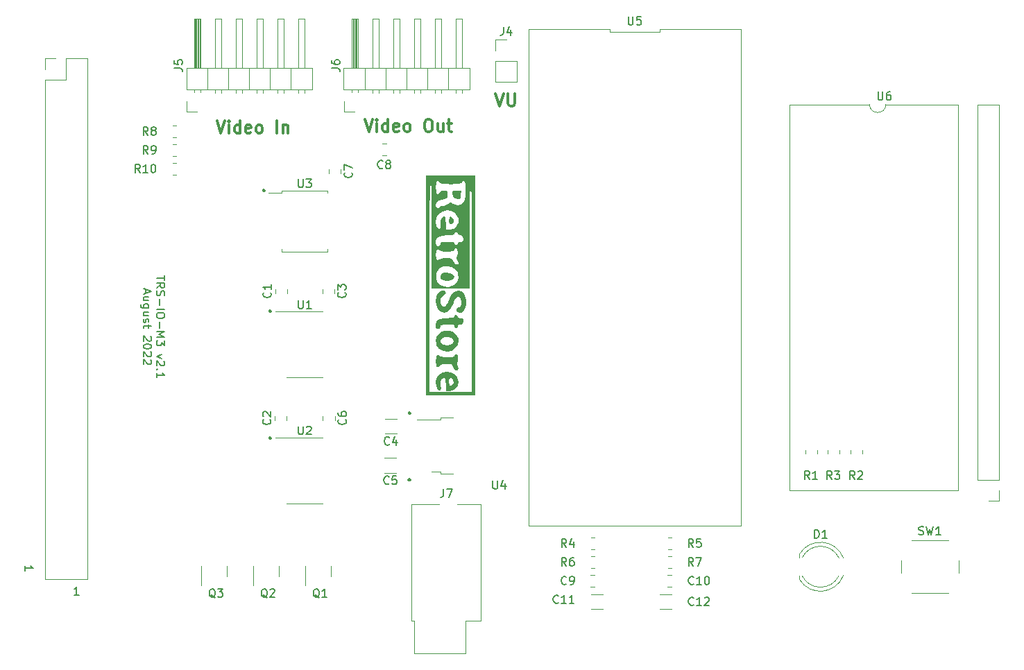
<source format=gbr>
%TF.GenerationSoftware,KiCad,Pcbnew,(6.0.7)*%
%TF.CreationDate,2022-08-23T12:46:31-07:00*%
%TF.ProjectId,TRS-IO-M3,5452532d-494f-42d4-9d33-2e6b69636164,rev?*%
%TF.SameCoordinates,Original*%
%TF.FileFunction,Legend,Top*%
%TF.FilePolarity,Positive*%
%FSLAX46Y46*%
G04 Gerber Fmt 4.6, Leading zero omitted, Abs format (unit mm)*
G04 Created by KiCad (PCBNEW (6.0.7)) date 2022-08-23 12:46:31*
%MOMM*%
%LPD*%
G01*
G04 APERTURE LIST*
%ADD10C,0.300000*%
%ADD11C,0.150000*%
%ADD12C,0.120000*%
G04 APERTURE END LIST*
D10*
X159506757Y-112803714D02*
X159435328Y-112875142D01*
X159506757Y-112946571D01*
X159578185Y-112875142D01*
X159506757Y-112803714D01*
X159506757Y-112946571D01*
X159512000Y-104675714D02*
X159440571Y-104747142D01*
X159512000Y-104818571D01*
X159583428Y-104747142D01*
X159512000Y-104675714D01*
X159512000Y-104818571D01*
D11*
X112577619Y-123983714D02*
X112577619Y-123412285D01*
X112577619Y-123698000D02*
X113577619Y-123698000D01*
X113434761Y-123602761D01*
X113339523Y-123507523D01*
X113291904Y-123412285D01*
D10*
X142494000Y-107723714D02*
X142422571Y-107795142D01*
X142494000Y-107866571D01*
X142565428Y-107795142D01*
X142494000Y-107723714D01*
X142494000Y-107866571D01*
X142494000Y-92229714D02*
X142422571Y-92301142D01*
X142494000Y-92372571D01*
X142565428Y-92301142D01*
X142494000Y-92229714D01*
X142494000Y-92372571D01*
X141732000Y-77497714D02*
X141660571Y-77569142D01*
X141732000Y-77640571D01*
X141803428Y-77569142D01*
X141732000Y-77497714D01*
X141732000Y-77640571D01*
X154028571Y-68878571D02*
X154528571Y-70378571D01*
X155028571Y-68878571D01*
X155528571Y-70378571D02*
X155528571Y-69378571D01*
X155528571Y-68878571D02*
X155457142Y-68950000D01*
X155528571Y-69021428D01*
X155600000Y-68950000D01*
X155528571Y-68878571D01*
X155528571Y-69021428D01*
X156885714Y-70378571D02*
X156885714Y-68878571D01*
X156885714Y-70307142D02*
X156742857Y-70378571D01*
X156457142Y-70378571D01*
X156314285Y-70307142D01*
X156242857Y-70235714D01*
X156171428Y-70092857D01*
X156171428Y-69664285D01*
X156242857Y-69521428D01*
X156314285Y-69450000D01*
X156457142Y-69378571D01*
X156742857Y-69378571D01*
X156885714Y-69450000D01*
X158171428Y-70307142D02*
X158028571Y-70378571D01*
X157742857Y-70378571D01*
X157600000Y-70307142D01*
X157528571Y-70164285D01*
X157528571Y-69592857D01*
X157600000Y-69450000D01*
X157742857Y-69378571D01*
X158028571Y-69378571D01*
X158171428Y-69450000D01*
X158242857Y-69592857D01*
X158242857Y-69735714D01*
X157528571Y-69878571D01*
X159100000Y-70378571D02*
X158957142Y-70307142D01*
X158885714Y-70235714D01*
X158814285Y-70092857D01*
X158814285Y-69664285D01*
X158885714Y-69521428D01*
X158957142Y-69450000D01*
X159100000Y-69378571D01*
X159314285Y-69378571D01*
X159457142Y-69450000D01*
X159528571Y-69521428D01*
X159600000Y-69664285D01*
X159600000Y-70092857D01*
X159528571Y-70235714D01*
X159457142Y-70307142D01*
X159314285Y-70378571D01*
X159100000Y-70378571D01*
X161671428Y-68878571D02*
X161957142Y-68878571D01*
X162100000Y-68950000D01*
X162242857Y-69092857D01*
X162314285Y-69378571D01*
X162314285Y-69878571D01*
X162242857Y-70164285D01*
X162100000Y-70307142D01*
X161957142Y-70378571D01*
X161671428Y-70378571D01*
X161528571Y-70307142D01*
X161385714Y-70164285D01*
X161314285Y-69878571D01*
X161314285Y-69378571D01*
X161385714Y-69092857D01*
X161528571Y-68950000D01*
X161671428Y-68878571D01*
X163600000Y-69378571D02*
X163600000Y-70378571D01*
X162957142Y-69378571D02*
X162957142Y-70164285D01*
X163028571Y-70307142D01*
X163171428Y-70378571D01*
X163385714Y-70378571D01*
X163528571Y-70307142D01*
X163600000Y-70235714D01*
X164100000Y-69378571D02*
X164671428Y-69378571D01*
X164314285Y-68878571D02*
X164314285Y-70164285D01*
X164385714Y-70307142D01*
X164528571Y-70378571D01*
X164671428Y-70378571D01*
D11*
X129622619Y-87972095D02*
X129622619Y-88543523D01*
X128622619Y-88257809D02*
X129622619Y-88257809D01*
X128622619Y-89448285D02*
X129098809Y-89114952D01*
X128622619Y-88876857D02*
X129622619Y-88876857D01*
X129622619Y-89257809D01*
X129575000Y-89353047D01*
X129527380Y-89400666D01*
X129432142Y-89448285D01*
X129289285Y-89448285D01*
X129194047Y-89400666D01*
X129146428Y-89353047D01*
X129098809Y-89257809D01*
X129098809Y-88876857D01*
X128670238Y-89829238D02*
X128622619Y-89972095D01*
X128622619Y-90210190D01*
X128670238Y-90305428D01*
X128717857Y-90353047D01*
X128813095Y-90400666D01*
X128908333Y-90400666D01*
X129003571Y-90353047D01*
X129051190Y-90305428D01*
X129098809Y-90210190D01*
X129146428Y-90019714D01*
X129194047Y-89924476D01*
X129241666Y-89876857D01*
X129336904Y-89829238D01*
X129432142Y-89829238D01*
X129527380Y-89876857D01*
X129575000Y-89924476D01*
X129622619Y-90019714D01*
X129622619Y-90257809D01*
X129575000Y-90400666D01*
X129003571Y-90829238D02*
X129003571Y-91591142D01*
X128622619Y-92067333D02*
X129622619Y-92067333D01*
X129622619Y-92733999D02*
X129622619Y-92924476D01*
X129575000Y-93019714D01*
X129479761Y-93114952D01*
X129289285Y-93162571D01*
X128955952Y-93162571D01*
X128765476Y-93114952D01*
X128670238Y-93019714D01*
X128622619Y-92924476D01*
X128622619Y-92733999D01*
X128670238Y-92638761D01*
X128765476Y-92543523D01*
X128955952Y-92495904D01*
X129289285Y-92495904D01*
X129479761Y-92543523D01*
X129575000Y-92638761D01*
X129622619Y-92733999D01*
X129003571Y-93591142D02*
X129003571Y-94353047D01*
X128622619Y-94829238D02*
X129622619Y-94829238D01*
X128908333Y-95162571D01*
X129622619Y-95495904D01*
X128622619Y-95495904D01*
X129622619Y-95876857D02*
X129622619Y-96495904D01*
X129241666Y-96162571D01*
X129241666Y-96305428D01*
X129194047Y-96400666D01*
X129146428Y-96448285D01*
X129051190Y-96495904D01*
X128813095Y-96495904D01*
X128717857Y-96448285D01*
X128670238Y-96400666D01*
X128622619Y-96305428D01*
X128622619Y-96019714D01*
X128670238Y-95924476D01*
X128717857Y-95876857D01*
X129289285Y-97591142D02*
X128622619Y-97829238D01*
X129289285Y-98067333D01*
X129527380Y-98400666D02*
X129575000Y-98448285D01*
X129622619Y-98543523D01*
X129622619Y-98781619D01*
X129575000Y-98876857D01*
X129527380Y-98924476D01*
X129432142Y-98972095D01*
X129336904Y-98972095D01*
X129194047Y-98924476D01*
X128622619Y-98353047D01*
X128622619Y-98972095D01*
X128717857Y-99400666D02*
X128670238Y-99448285D01*
X128622619Y-99400666D01*
X128670238Y-99353047D01*
X128717857Y-99400666D01*
X128622619Y-99400666D01*
X128622619Y-100400666D02*
X128622619Y-99829238D01*
X128622619Y-100114952D02*
X129622619Y-100114952D01*
X129479761Y-100019714D01*
X129384523Y-99924476D01*
X129336904Y-99829238D01*
X127298333Y-89662571D02*
X127298333Y-90138761D01*
X127012619Y-89567333D02*
X128012619Y-89900666D01*
X127012619Y-90234000D01*
X127679285Y-90995904D02*
X127012619Y-90995904D01*
X127679285Y-90567333D02*
X127155476Y-90567333D01*
X127060238Y-90614952D01*
X127012619Y-90710190D01*
X127012619Y-90853047D01*
X127060238Y-90948285D01*
X127107857Y-90995904D01*
X127679285Y-91900666D02*
X126869761Y-91900666D01*
X126774523Y-91853047D01*
X126726904Y-91805428D01*
X126679285Y-91710190D01*
X126679285Y-91567333D01*
X126726904Y-91472095D01*
X127060238Y-91900666D02*
X127012619Y-91805428D01*
X127012619Y-91614952D01*
X127060238Y-91519714D01*
X127107857Y-91472095D01*
X127203095Y-91424476D01*
X127488809Y-91424476D01*
X127584047Y-91472095D01*
X127631666Y-91519714D01*
X127679285Y-91614952D01*
X127679285Y-91805428D01*
X127631666Y-91900666D01*
X127679285Y-92805428D02*
X127012619Y-92805428D01*
X127679285Y-92376857D02*
X127155476Y-92376857D01*
X127060238Y-92424476D01*
X127012619Y-92519714D01*
X127012619Y-92662571D01*
X127060238Y-92757809D01*
X127107857Y-92805428D01*
X127060238Y-93234000D02*
X127012619Y-93329238D01*
X127012619Y-93519714D01*
X127060238Y-93614952D01*
X127155476Y-93662571D01*
X127203095Y-93662571D01*
X127298333Y-93614952D01*
X127345952Y-93519714D01*
X127345952Y-93376857D01*
X127393571Y-93281619D01*
X127488809Y-93234000D01*
X127536428Y-93234000D01*
X127631666Y-93281619D01*
X127679285Y-93376857D01*
X127679285Y-93519714D01*
X127631666Y-93614952D01*
X127679285Y-93948285D02*
X127679285Y-94329238D01*
X128012619Y-94091142D02*
X127155476Y-94091142D01*
X127060238Y-94138761D01*
X127012619Y-94234000D01*
X127012619Y-94329238D01*
X127917380Y-95376857D02*
X127965000Y-95424476D01*
X128012619Y-95519714D01*
X128012619Y-95757809D01*
X127965000Y-95853047D01*
X127917380Y-95900666D01*
X127822142Y-95948285D01*
X127726904Y-95948285D01*
X127584047Y-95900666D01*
X127012619Y-95329238D01*
X127012619Y-95948285D01*
X128012619Y-96567333D02*
X128012619Y-96662571D01*
X127965000Y-96757809D01*
X127917380Y-96805428D01*
X127822142Y-96853047D01*
X127631666Y-96900666D01*
X127393571Y-96900666D01*
X127203095Y-96853047D01*
X127107857Y-96805428D01*
X127060238Y-96757809D01*
X127012619Y-96662571D01*
X127012619Y-96567333D01*
X127060238Y-96472095D01*
X127107857Y-96424476D01*
X127203095Y-96376857D01*
X127393571Y-96329238D01*
X127631666Y-96329238D01*
X127822142Y-96376857D01*
X127917380Y-96424476D01*
X127965000Y-96472095D01*
X128012619Y-96567333D01*
X127917380Y-97281619D02*
X127965000Y-97329238D01*
X128012619Y-97424476D01*
X128012619Y-97662571D01*
X127965000Y-97757809D01*
X127917380Y-97805428D01*
X127822142Y-97853047D01*
X127726904Y-97853047D01*
X127584047Y-97805428D01*
X127012619Y-97234000D01*
X127012619Y-97853047D01*
X127917380Y-98234000D02*
X127965000Y-98281619D01*
X128012619Y-98376857D01*
X128012619Y-98614952D01*
X127965000Y-98710190D01*
X127917380Y-98757809D01*
X127822142Y-98805428D01*
X127726904Y-98805428D01*
X127584047Y-98757809D01*
X127012619Y-98186380D01*
X127012619Y-98805428D01*
D10*
X135985714Y-69078571D02*
X136485714Y-70578571D01*
X136985714Y-69078571D01*
X137485714Y-70578571D02*
X137485714Y-69578571D01*
X137485714Y-69078571D02*
X137414285Y-69150000D01*
X137485714Y-69221428D01*
X137557142Y-69150000D01*
X137485714Y-69078571D01*
X137485714Y-69221428D01*
X138842857Y-70578571D02*
X138842857Y-69078571D01*
X138842857Y-70507142D02*
X138700000Y-70578571D01*
X138414285Y-70578571D01*
X138271428Y-70507142D01*
X138200000Y-70435714D01*
X138128571Y-70292857D01*
X138128571Y-69864285D01*
X138200000Y-69721428D01*
X138271428Y-69650000D01*
X138414285Y-69578571D01*
X138700000Y-69578571D01*
X138842857Y-69650000D01*
X140128571Y-70507142D02*
X139985714Y-70578571D01*
X139700000Y-70578571D01*
X139557142Y-70507142D01*
X139485714Y-70364285D01*
X139485714Y-69792857D01*
X139557142Y-69650000D01*
X139700000Y-69578571D01*
X139985714Y-69578571D01*
X140128571Y-69650000D01*
X140200000Y-69792857D01*
X140200000Y-69935714D01*
X139485714Y-70078571D01*
X141057142Y-70578571D02*
X140914285Y-70507142D01*
X140842857Y-70435714D01*
X140771428Y-70292857D01*
X140771428Y-69864285D01*
X140842857Y-69721428D01*
X140914285Y-69650000D01*
X141057142Y-69578571D01*
X141271428Y-69578571D01*
X141414285Y-69650000D01*
X141485714Y-69721428D01*
X141557142Y-69864285D01*
X141557142Y-70292857D01*
X141485714Y-70435714D01*
X141414285Y-70507142D01*
X141271428Y-70578571D01*
X141057142Y-70578571D01*
X143342857Y-70578571D02*
X143342857Y-69078571D01*
X144057142Y-69578571D02*
X144057142Y-70578571D01*
X144057142Y-69721428D02*
X144128571Y-69650000D01*
X144271428Y-69578571D01*
X144485714Y-69578571D01*
X144628571Y-69650000D01*
X144700000Y-69792857D01*
X144700000Y-70578571D01*
D11*
X119157714Y-126944380D02*
X118586285Y-126944380D01*
X118872000Y-126944380D02*
X118872000Y-125944380D01*
X118776761Y-126087238D01*
X118681523Y-126182476D01*
X118586285Y-126230095D01*
D10*
X170014285Y-65749571D02*
X170514285Y-67249571D01*
X171014285Y-65749571D01*
X171514285Y-65749571D02*
X171514285Y-66963857D01*
X171585714Y-67106714D01*
X171657142Y-67178142D01*
X171800000Y-67249571D01*
X172085714Y-67249571D01*
X172228571Y-67178142D01*
X172300000Y-67106714D01*
X172371428Y-66963857D01*
X172371428Y-65749571D01*
D11*
%TO.C,R9*%
X127595333Y-73096380D02*
X127262000Y-72620190D01*
X127023904Y-73096380D02*
X127023904Y-72096380D01*
X127404857Y-72096380D01*
X127500095Y-72144000D01*
X127547714Y-72191619D01*
X127595333Y-72286857D01*
X127595333Y-72429714D01*
X127547714Y-72524952D01*
X127500095Y-72572571D01*
X127404857Y-72620190D01*
X127023904Y-72620190D01*
X128071523Y-73096380D02*
X128262000Y-73096380D01*
X128357238Y-73048761D01*
X128404857Y-73001142D01*
X128500095Y-72858285D01*
X128547714Y-72667809D01*
X128547714Y-72286857D01*
X128500095Y-72191619D01*
X128452476Y-72144000D01*
X128357238Y-72096380D01*
X128166761Y-72096380D01*
X128071523Y-72144000D01*
X128023904Y-72191619D01*
X127976285Y-72286857D01*
X127976285Y-72524952D01*
X128023904Y-72620190D01*
X128071523Y-72667809D01*
X128166761Y-72715428D01*
X128357238Y-72715428D01*
X128452476Y-72667809D01*
X128500095Y-72620190D01*
X128547714Y-72524952D01*
%TO.C,R8*%
X127595333Y-70810380D02*
X127262000Y-70334190D01*
X127023904Y-70810380D02*
X127023904Y-69810380D01*
X127404857Y-69810380D01*
X127500095Y-69858000D01*
X127547714Y-69905619D01*
X127595333Y-70000857D01*
X127595333Y-70143714D01*
X127547714Y-70238952D01*
X127500095Y-70286571D01*
X127404857Y-70334190D01*
X127023904Y-70334190D01*
X128166761Y-70238952D02*
X128071523Y-70191333D01*
X128023904Y-70143714D01*
X127976285Y-70048476D01*
X127976285Y-70000857D01*
X128023904Y-69905619D01*
X128071523Y-69858000D01*
X128166761Y-69810380D01*
X128357238Y-69810380D01*
X128452476Y-69858000D01*
X128500095Y-69905619D01*
X128547714Y-70000857D01*
X128547714Y-70048476D01*
X128500095Y-70143714D01*
X128452476Y-70191333D01*
X128357238Y-70238952D01*
X128166761Y-70238952D01*
X128071523Y-70286571D01*
X128023904Y-70334190D01*
X127976285Y-70429428D01*
X127976285Y-70619904D01*
X128023904Y-70715142D01*
X128071523Y-70762761D01*
X128166761Y-70810380D01*
X128357238Y-70810380D01*
X128452476Y-70762761D01*
X128500095Y-70715142D01*
X128547714Y-70619904D01*
X128547714Y-70429428D01*
X128500095Y-70334190D01*
X128452476Y-70286571D01*
X128357238Y-70238952D01*
%TO.C,R1*%
X208313333Y-112807380D02*
X207980000Y-112331190D01*
X207741904Y-112807380D02*
X207741904Y-111807380D01*
X208122857Y-111807380D01*
X208218095Y-111855000D01*
X208265714Y-111902619D01*
X208313333Y-111997857D01*
X208313333Y-112140714D01*
X208265714Y-112235952D01*
X208218095Y-112283571D01*
X208122857Y-112331190D01*
X207741904Y-112331190D01*
X209265714Y-112807380D02*
X208694285Y-112807380D01*
X208980000Y-112807380D02*
X208980000Y-111807380D01*
X208884761Y-111950238D01*
X208789523Y-112045476D01*
X208694285Y-112093095D01*
%TO.C,R2*%
X213847333Y-112807380D02*
X213514000Y-112331190D01*
X213275904Y-112807380D02*
X213275904Y-111807380D01*
X213656857Y-111807380D01*
X213752095Y-111855000D01*
X213799714Y-111902619D01*
X213847333Y-111997857D01*
X213847333Y-112140714D01*
X213799714Y-112235952D01*
X213752095Y-112283571D01*
X213656857Y-112331190D01*
X213275904Y-112331190D01*
X214228285Y-111902619D02*
X214275904Y-111855000D01*
X214371142Y-111807380D01*
X214609238Y-111807380D01*
X214704476Y-111855000D01*
X214752095Y-111902619D01*
X214799714Y-111997857D01*
X214799714Y-112093095D01*
X214752095Y-112235952D01*
X214180666Y-112807380D01*
X214799714Y-112807380D01*
%TO.C,J5*%
X130782380Y-62623333D02*
X131496666Y-62623333D01*
X131639523Y-62670952D01*
X131734761Y-62766190D01*
X131782380Y-62909047D01*
X131782380Y-63004285D01*
X130782380Y-61670952D02*
X130782380Y-62147142D01*
X131258571Y-62194761D01*
X131210952Y-62147142D01*
X131163333Y-62051904D01*
X131163333Y-61813809D01*
X131210952Y-61718571D01*
X131258571Y-61670952D01*
X131353809Y-61623333D01*
X131591904Y-61623333D01*
X131687142Y-61670952D01*
X131734761Y-61718571D01*
X131782380Y-61813809D01*
X131782380Y-62051904D01*
X131734761Y-62147142D01*
X131687142Y-62194761D01*
%TO.C,C6*%
X151687142Y-105516666D02*
X151734761Y-105564285D01*
X151782380Y-105707142D01*
X151782380Y-105802380D01*
X151734761Y-105945238D01*
X151639523Y-106040476D01*
X151544285Y-106088095D01*
X151353809Y-106135714D01*
X151210952Y-106135714D01*
X151020476Y-106088095D01*
X150925238Y-106040476D01*
X150830000Y-105945238D01*
X150782380Y-105802380D01*
X150782380Y-105707142D01*
X150830000Y-105564285D01*
X150877619Y-105516666D01*
X150782380Y-104659523D02*
X150782380Y-104850000D01*
X150830000Y-104945238D01*
X150877619Y-104992857D01*
X151020476Y-105088095D01*
X151210952Y-105135714D01*
X151591904Y-105135714D01*
X151687142Y-105088095D01*
X151734761Y-105040476D01*
X151782380Y-104945238D01*
X151782380Y-104754761D01*
X151734761Y-104659523D01*
X151687142Y-104611904D01*
X151591904Y-104564285D01*
X151353809Y-104564285D01*
X151258571Y-104611904D01*
X151210952Y-104659523D01*
X151163333Y-104754761D01*
X151163333Y-104945238D01*
X151210952Y-105040476D01*
X151258571Y-105088095D01*
X151353809Y-105135714D01*
%TO.C,U5*%
X186208095Y-56337380D02*
X186208095Y-57146904D01*
X186255714Y-57242142D01*
X186303333Y-57289761D01*
X186398571Y-57337380D01*
X186589047Y-57337380D01*
X186684285Y-57289761D01*
X186731904Y-57242142D01*
X186779523Y-57146904D01*
X186779523Y-56337380D01*
X187731904Y-56337380D02*
X187255714Y-56337380D01*
X187208095Y-56813571D01*
X187255714Y-56765952D01*
X187350952Y-56718333D01*
X187589047Y-56718333D01*
X187684285Y-56765952D01*
X187731904Y-56813571D01*
X187779523Y-56908809D01*
X187779523Y-57146904D01*
X187731904Y-57242142D01*
X187684285Y-57289761D01*
X187589047Y-57337380D01*
X187350952Y-57337380D01*
X187255714Y-57289761D01*
X187208095Y-57242142D01*
%TO.C,C1*%
X142527142Y-90016666D02*
X142574761Y-90064285D01*
X142622380Y-90207142D01*
X142622380Y-90302380D01*
X142574761Y-90445238D01*
X142479523Y-90540476D01*
X142384285Y-90588095D01*
X142193809Y-90635714D01*
X142050952Y-90635714D01*
X141860476Y-90588095D01*
X141765238Y-90540476D01*
X141670000Y-90445238D01*
X141622380Y-90302380D01*
X141622380Y-90207142D01*
X141670000Y-90064285D01*
X141717619Y-90016666D01*
X142622380Y-89064285D02*
X142622380Y-89635714D01*
X142622380Y-89350000D02*
X141622380Y-89350000D01*
X141765238Y-89445238D01*
X141860476Y-89540476D01*
X141908095Y-89635714D01*
%TO.C,C7*%
X152437142Y-75366666D02*
X152484761Y-75414285D01*
X152532380Y-75557142D01*
X152532380Y-75652380D01*
X152484761Y-75795238D01*
X152389523Y-75890476D01*
X152294285Y-75938095D01*
X152103809Y-75985714D01*
X151960952Y-75985714D01*
X151770476Y-75938095D01*
X151675238Y-75890476D01*
X151580000Y-75795238D01*
X151532380Y-75652380D01*
X151532380Y-75557142D01*
X151580000Y-75414285D01*
X151627619Y-75366666D01*
X151532380Y-75033333D02*
X151532380Y-74366666D01*
X152532380Y-74795238D01*
%TO.C,U4*%
X169672095Y-112990380D02*
X169672095Y-113799904D01*
X169719714Y-113895142D01*
X169767333Y-113942761D01*
X169862571Y-113990380D01*
X170053047Y-113990380D01*
X170148285Y-113942761D01*
X170195904Y-113895142D01*
X170243523Y-113799904D01*
X170243523Y-112990380D01*
X171148285Y-113323714D02*
X171148285Y-113990380D01*
X170910190Y-112942761D02*
X170672095Y-113657047D01*
X171291142Y-113657047D01*
%TO.C,U2*%
X145938095Y-106352380D02*
X145938095Y-107161904D01*
X145985714Y-107257142D01*
X146033333Y-107304761D01*
X146128571Y-107352380D01*
X146319047Y-107352380D01*
X146414285Y-107304761D01*
X146461904Y-107257142D01*
X146509523Y-107161904D01*
X146509523Y-106352380D01*
X146938095Y-106447619D02*
X146985714Y-106400000D01*
X147080952Y-106352380D01*
X147319047Y-106352380D01*
X147414285Y-106400000D01*
X147461904Y-106447619D01*
X147509523Y-106542857D01*
X147509523Y-106638095D01*
X147461904Y-106780952D01*
X146890476Y-107352380D01*
X147509523Y-107352380D01*
%TO.C,C3*%
X151637142Y-90016666D02*
X151684761Y-90064285D01*
X151732380Y-90207142D01*
X151732380Y-90302380D01*
X151684761Y-90445238D01*
X151589523Y-90540476D01*
X151494285Y-90588095D01*
X151303809Y-90635714D01*
X151160952Y-90635714D01*
X150970476Y-90588095D01*
X150875238Y-90540476D01*
X150780000Y-90445238D01*
X150732380Y-90302380D01*
X150732380Y-90207142D01*
X150780000Y-90064285D01*
X150827619Y-90016666D01*
X150732380Y-89683333D02*
X150732380Y-89064285D01*
X151113333Y-89397619D01*
X151113333Y-89254761D01*
X151160952Y-89159523D01*
X151208571Y-89111904D01*
X151303809Y-89064285D01*
X151541904Y-89064285D01*
X151637142Y-89111904D01*
X151684761Y-89159523D01*
X151732380Y-89254761D01*
X151732380Y-89540476D01*
X151684761Y-89635714D01*
X151637142Y-89683333D01*
%TO.C,J7*%
X163650666Y-114006380D02*
X163650666Y-114720666D01*
X163603047Y-114863523D01*
X163507809Y-114958761D01*
X163364952Y-115006380D01*
X163269714Y-115006380D01*
X164031619Y-114006380D02*
X164698285Y-114006380D01*
X164269714Y-115006380D01*
%TO.C,Q2*%
X142144761Y-127293619D02*
X142049523Y-127246000D01*
X141954285Y-127150761D01*
X141811428Y-127007904D01*
X141716190Y-126960285D01*
X141620952Y-126960285D01*
X141668571Y-127198380D02*
X141573333Y-127150761D01*
X141478095Y-127055523D01*
X141430476Y-126865047D01*
X141430476Y-126531714D01*
X141478095Y-126341238D01*
X141573333Y-126246000D01*
X141668571Y-126198380D01*
X141859047Y-126198380D01*
X141954285Y-126246000D01*
X142049523Y-126341238D01*
X142097142Y-126531714D01*
X142097142Y-126865047D01*
X142049523Y-127055523D01*
X141954285Y-127150761D01*
X141859047Y-127198380D01*
X141668571Y-127198380D01*
X142478095Y-126293619D02*
X142525714Y-126246000D01*
X142620952Y-126198380D01*
X142859047Y-126198380D01*
X142954285Y-126246000D01*
X143001904Y-126293619D01*
X143049523Y-126388857D01*
X143049523Y-126484095D01*
X143001904Y-126626952D01*
X142430476Y-127198380D01*
X143049523Y-127198380D01*
%TO.C,R7*%
X194143333Y-123388380D02*
X193810000Y-122912190D01*
X193571904Y-123388380D02*
X193571904Y-122388380D01*
X193952857Y-122388380D01*
X194048095Y-122436000D01*
X194095714Y-122483619D01*
X194143333Y-122578857D01*
X194143333Y-122721714D01*
X194095714Y-122816952D01*
X194048095Y-122864571D01*
X193952857Y-122912190D01*
X193571904Y-122912190D01*
X194476666Y-122388380D02*
X195143333Y-122388380D01*
X194714761Y-123388380D01*
%TO.C,C4*%
X157052333Y-108545142D02*
X157004714Y-108592761D01*
X156861857Y-108640380D01*
X156766619Y-108640380D01*
X156623761Y-108592761D01*
X156528523Y-108497523D01*
X156480904Y-108402285D01*
X156433285Y-108211809D01*
X156433285Y-108068952D01*
X156480904Y-107878476D01*
X156528523Y-107783238D01*
X156623761Y-107688000D01*
X156766619Y-107640380D01*
X156861857Y-107640380D01*
X157004714Y-107688000D01*
X157052333Y-107735619D01*
X157909476Y-107973714D02*
X157909476Y-108640380D01*
X157671380Y-107592761D02*
X157433285Y-108307047D01*
X158052333Y-108307047D01*
%TO.C,J4*%
X170966666Y-57597380D02*
X170966666Y-58311666D01*
X170919047Y-58454523D01*
X170823809Y-58549761D01*
X170680952Y-58597380D01*
X170585714Y-58597380D01*
X171871428Y-57930714D02*
X171871428Y-58597380D01*
X171633333Y-57549761D02*
X171395238Y-58264047D01*
X172014285Y-58264047D01*
%TO.C,C12*%
X194175142Y-128119142D02*
X194127523Y-128166761D01*
X193984666Y-128214380D01*
X193889428Y-128214380D01*
X193746571Y-128166761D01*
X193651333Y-128071523D01*
X193603714Y-127976285D01*
X193556095Y-127785809D01*
X193556095Y-127642952D01*
X193603714Y-127452476D01*
X193651333Y-127357238D01*
X193746571Y-127262000D01*
X193889428Y-127214380D01*
X193984666Y-127214380D01*
X194127523Y-127262000D01*
X194175142Y-127309619D01*
X195127523Y-128214380D02*
X194556095Y-128214380D01*
X194841809Y-128214380D02*
X194841809Y-127214380D01*
X194746571Y-127357238D01*
X194651333Y-127452476D01*
X194556095Y-127500095D01*
X195508476Y-127309619D02*
X195556095Y-127262000D01*
X195651333Y-127214380D01*
X195889428Y-127214380D01*
X195984666Y-127262000D01*
X196032285Y-127309619D01*
X196079904Y-127404857D01*
X196079904Y-127500095D01*
X196032285Y-127642952D01*
X195460857Y-128214380D01*
X196079904Y-128214380D01*
%TO.C,U6*%
X216688095Y-65522380D02*
X216688095Y-66331904D01*
X216735714Y-66427142D01*
X216783333Y-66474761D01*
X216878571Y-66522380D01*
X217069047Y-66522380D01*
X217164285Y-66474761D01*
X217211904Y-66427142D01*
X217259523Y-66331904D01*
X217259523Y-65522380D01*
X218164285Y-65522380D02*
X217973809Y-65522380D01*
X217878571Y-65570000D01*
X217830952Y-65617619D01*
X217735714Y-65760476D01*
X217688095Y-65950952D01*
X217688095Y-66331904D01*
X217735714Y-66427142D01*
X217783333Y-66474761D01*
X217878571Y-66522380D01*
X218069047Y-66522380D01*
X218164285Y-66474761D01*
X218211904Y-66427142D01*
X218259523Y-66331904D01*
X218259523Y-66093809D01*
X218211904Y-65998571D01*
X218164285Y-65950952D01*
X218069047Y-65903333D01*
X217878571Y-65903333D01*
X217783333Y-65950952D01*
X217735714Y-65998571D01*
X217688095Y-66093809D01*
%TO.C,C9*%
X178649333Y-125579142D02*
X178601714Y-125626761D01*
X178458857Y-125674380D01*
X178363619Y-125674380D01*
X178220761Y-125626761D01*
X178125523Y-125531523D01*
X178077904Y-125436285D01*
X178030285Y-125245809D01*
X178030285Y-125102952D01*
X178077904Y-124912476D01*
X178125523Y-124817238D01*
X178220761Y-124722000D01*
X178363619Y-124674380D01*
X178458857Y-124674380D01*
X178601714Y-124722000D01*
X178649333Y-124769619D01*
X179125523Y-125674380D02*
X179316000Y-125674380D01*
X179411238Y-125626761D01*
X179458857Y-125579142D01*
X179554095Y-125436285D01*
X179601714Y-125245809D01*
X179601714Y-124864857D01*
X179554095Y-124769619D01*
X179506476Y-124722000D01*
X179411238Y-124674380D01*
X179220761Y-124674380D01*
X179125523Y-124722000D01*
X179077904Y-124769619D01*
X179030285Y-124864857D01*
X179030285Y-125102952D01*
X179077904Y-125198190D01*
X179125523Y-125245809D01*
X179220761Y-125293428D01*
X179411238Y-125293428D01*
X179506476Y-125245809D01*
X179554095Y-125198190D01*
X179601714Y-125102952D01*
%TO.C,Q1*%
X148494761Y-127293619D02*
X148399523Y-127246000D01*
X148304285Y-127150761D01*
X148161428Y-127007904D01*
X148066190Y-126960285D01*
X147970952Y-126960285D01*
X148018571Y-127198380D02*
X147923333Y-127150761D01*
X147828095Y-127055523D01*
X147780476Y-126865047D01*
X147780476Y-126531714D01*
X147828095Y-126341238D01*
X147923333Y-126246000D01*
X148018571Y-126198380D01*
X148209047Y-126198380D01*
X148304285Y-126246000D01*
X148399523Y-126341238D01*
X148447142Y-126531714D01*
X148447142Y-126865047D01*
X148399523Y-127055523D01*
X148304285Y-127150761D01*
X148209047Y-127198380D01*
X148018571Y-127198380D01*
X149399523Y-127198380D02*
X148828095Y-127198380D01*
X149113809Y-127198380D02*
X149113809Y-126198380D01*
X149018571Y-126341238D01*
X148923333Y-126436476D01*
X148828095Y-126484095D01*
%TO.C,J6*%
X149982380Y-62623333D02*
X150696666Y-62623333D01*
X150839523Y-62670952D01*
X150934761Y-62766190D01*
X150982380Y-62909047D01*
X150982380Y-63004285D01*
X149982380Y-61718571D02*
X149982380Y-61909047D01*
X150030000Y-62004285D01*
X150077619Y-62051904D01*
X150220476Y-62147142D01*
X150410952Y-62194761D01*
X150791904Y-62194761D01*
X150887142Y-62147142D01*
X150934761Y-62099523D01*
X150982380Y-62004285D01*
X150982380Y-61813809D01*
X150934761Y-61718571D01*
X150887142Y-61670952D01*
X150791904Y-61623333D01*
X150553809Y-61623333D01*
X150458571Y-61670952D01*
X150410952Y-61718571D01*
X150363333Y-61813809D01*
X150363333Y-62004285D01*
X150410952Y-62099523D01*
X150458571Y-62147142D01*
X150553809Y-62194761D01*
%TO.C,R3*%
X211053333Y-112807380D02*
X210720000Y-112331190D01*
X210481904Y-112807380D02*
X210481904Y-111807380D01*
X210862857Y-111807380D01*
X210958095Y-111855000D01*
X211005714Y-111902619D01*
X211053333Y-111997857D01*
X211053333Y-112140714D01*
X211005714Y-112235952D01*
X210958095Y-112283571D01*
X210862857Y-112331190D01*
X210481904Y-112331190D01*
X211386666Y-111807380D02*
X212005714Y-111807380D01*
X211672380Y-112188333D01*
X211815238Y-112188333D01*
X211910476Y-112235952D01*
X211958095Y-112283571D01*
X212005714Y-112378809D01*
X212005714Y-112616904D01*
X211958095Y-112712142D01*
X211910476Y-112759761D01*
X211815238Y-112807380D01*
X211529523Y-112807380D01*
X211434285Y-112759761D01*
X211386666Y-112712142D01*
%TO.C,C10*%
X194175142Y-125579142D02*
X194127523Y-125626761D01*
X193984666Y-125674380D01*
X193889428Y-125674380D01*
X193746571Y-125626761D01*
X193651333Y-125531523D01*
X193603714Y-125436285D01*
X193556095Y-125245809D01*
X193556095Y-125102952D01*
X193603714Y-124912476D01*
X193651333Y-124817238D01*
X193746571Y-124722000D01*
X193889428Y-124674380D01*
X193984666Y-124674380D01*
X194127523Y-124722000D01*
X194175142Y-124769619D01*
X195127523Y-125674380D02*
X194556095Y-125674380D01*
X194841809Y-125674380D02*
X194841809Y-124674380D01*
X194746571Y-124817238D01*
X194651333Y-124912476D01*
X194556095Y-124960095D01*
X195746571Y-124674380D02*
X195841809Y-124674380D01*
X195937047Y-124722000D01*
X195984666Y-124769619D01*
X196032285Y-124864857D01*
X196079904Y-125055333D01*
X196079904Y-125293428D01*
X196032285Y-125483904D01*
X195984666Y-125579142D01*
X195937047Y-125626761D01*
X195841809Y-125674380D01*
X195746571Y-125674380D01*
X195651333Y-125626761D01*
X195603714Y-125579142D01*
X195556095Y-125483904D01*
X195508476Y-125293428D01*
X195508476Y-125055333D01*
X195556095Y-124864857D01*
X195603714Y-124769619D01*
X195651333Y-124722000D01*
X195746571Y-124674380D01*
%TO.C,R4*%
X178649333Y-121102380D02*
X178316000Y-120626190D01*
X178077904Y-121102380D02*
X178077904Y-120102380D01*
X178458857Y-120102380D01*
X178554095Y-120150000D01*
X178601714Y-120197619D01*
X178649333Y-120292857D01*
X178649333Y-120435714D01*
X178601714Y-120530952D01*
X178554095Y-120578571D01*
X178458857Y-120626190D01*
X178077904Y-120626190D01*
X179506476Y-120435714D02*
X179506476Y-121102380D01*
X179268380Y-120054761D02*
X179030285Y-120769047D01*
X179649333Y-120769047D01*
%TO.C,R6*%
X178649333Y-123388380D02*
X178316000Y-122912190D01*
X178077904Y-123388380D02*
X178077904Y-122388380D01*
X178458857Y-122388380D01*
X178554095Y-122436000D01*
X178601714Y-122483619D01*
X178649333Y-122578857D01*
X178649333Y-122721714D01*
X178601714Y-122816952D01*
X178554095Y-122864571D01*
X178458857Y-122912190D01*
X178077904Y-122912190D01*
X179506476Y-122388380D02*
X179316000Y-122388380D01*
X179220761Y-122436000D01*
X179173142Y-122483619D01*
X179077904Y-122626476D01*
X179030285Y-122816952D01*
X179030285Y-123197904D01*
X179077904Y-123293142D01*
X179125523Y-123340761D01*
X179220761Y-123388380D01*
X179411238Y-123388380D01*
X179506476Y-123340761D01*
X179554095Y-123293142D01*
X179601714Y-123197904D01*
X179601714Y-122959809D01*
X179554095Y-122864571D01*
X179506476Y-122816952D01*
X179411238Y-122769333D01*
X179220761Y-122769333D01*
X179125523Y-122816952D01*
X179077904Y-122864571D01*
X179030285Y-122959809D01*
%TO.C,D1*%
X208916904Y-119992380D02*
X208916904Y-118992380D01*
X209155000Y-118992380D01*
X209297857Y-119040000D01*
X209393095Y-119135238D01*
X209440714Y-119230476D01*
X209488333Y-119420952D01*
X209488333Y-119563809D01*
X209440714Y-119754285D01*
X209393095Y-119849523D01*
X209297857Y-119944761D01*
X209155000Y-119992380D01*
X208916904Y-119992380D01*
X210440714Y-119992380D02*
X209869285Y-119992380D01*
X210155000Y-119992380D02*
X210155000Y-118992380D01*
X210059761Y-119135238D01*
X209964523Y-119230476D01*
X209869285Y-119278095D01*
%TO.C,R5*%
X194143333Y-121102380D02*
X193810000Y-120626190D01*
X193571904Y-121102380D02*
X193571904Y-120102380D01*
X193952857Y-120102380D01*
X194048095Y-120150000D01*
X194095714Y-120197619D01*
X194143333Y-120292857D01*
X194143333Y-120435714D01*
X194095714Y-120530952D01*
X194048095Y-120578571D01*
X193952857Y-120626190D01*
X193571904Y-120626190D01*
X195048095Y-120102380D02*
X194571904Y-120102380D01*
X194524285Y-120578571D01*
X194571904Y-120530952D01*
X194667142Y-120483333D01*
X194905238Y-120483333D01*
X195000476Y-120530952D01*
X195048095Y-120578571D01*
X195095714Y-120673809D01*
X195095714Y-120911904D01*
X195048095Y-121007142D01*
X195000476Y-121054761D01*
X194905238Y-121102380D01*
X194667142Y-121102380D01*
X194571904Y-121054761D01*
X194524285Y-121007142D01*
%TO.C,C11*%
X177665142Y-127865142D02*
X177617523Y-127912761D01*
X177474666Y-127960380D01*
X177379428Y-127960380D01*
X177236571Y-127912761D01*
X177141333Y-127817523D01*
X177093714Y-127722285D01*
X177046095Y-127531809D01*
X177046095Y-127388952D01*
X177093714Y-127198476D01*
X177141333Y-127103238D01*
X177236571Y-127008000D01*
X177379428Y-126960380D01*
X177474666Y-126960380D01*
X177617523Y-127008000D01*
X177665142Y-127055619D01*
X178617523Y-127960380D02*
X178046095Y-127960380D01*
X178331809Y-127960380D02*
X178331809Y-126960380D01*
X178236571Y-127103238D01*
X178141333Y-127198476D01*
X178046095Y-127246095D01*
X179569904Y-127960380D02*
X178998476Y-127960380D01*
X179284190Y-127960380D02*
X179284190Y-126960380D01*
X179188952Y-127103238D01*
X179093714Y-127198476D01*
X178998476Y-127246095D01*
%TO.C,C2*%
X142477142Y-105516666D02*
X142524761Y-105564285D01*
X142572380Y-105707142D01*
X142572380Y-105802380D01*
X142524761Y-105945238D01*
X142429523Y-106040476D01*
X142334285Y-106088095D01*
X142143809Y-106135714D01*
X142000952Y-106135714D01*
X141810476Y-106088095D01*
X141715238Y-106040476D01*
X141620000Y-105945238D01*
X141572380Y-105802380D01*
X141572380Y-105707142D01*
X141620000Y-105564285D01*
X141667619Y-105516666D01*
X141667619Y-105135714D02*
X141620000Y-105088095D01*
X141572380Y-104992857D01*
X141572380Y-104754761D01*
X141620000Y-104659523D01*
X141667619Y-104611904D01*
X141762857Y-104564285D01*
X141858095Y-104564285D01*
X142000952Y-104611904D01*
X142572380Y-105183333D01*
X142572380Y-104564285D01*
%TO.C,SW1*%
X221666666Y-119550761D02*
X221809523Y-119598380D01*
X222047619Y-119598380D01*
X222142857Y-119550761D01*
X222190476Y-119503142D01*
X222238095Y-119407904D01*
X222238095Y-119312666D01*
X222190476Y-119217428D01*
X222142857Y-119169809D01*
X222047619Y-119122190D01*
X221857142Y-119074571D01*
X221761904Y-119026952D01*
X221714285Y-118979333D01*
X221666666Y-118884095D01*
X221666666Y-118788857D01*
X221714285Y-118693619D01*
X221761904Y-118646000D01*
X221857142Y-118598380D01*
X222095238Y-118598380D01*
X222238095Y-118646000D01*
X222571428Y-118598380D02*
X222809523Y-119598380D01*
X223000000Y-118884095D01*
X223190476Y-119598380D01*
X223428571Y-118598380D01*
X224333333Y-119598380D02*
X223761904Y-119598380D01*
X224047619Y-119598380D02*
X224047619Y-118598380D01*
X223952380Y-118741238D01*
X223857142Y-118836476D01*
X223761904Y-118884095D01*
%TO.C,U1*%
X145938095Y-90977380D02*
X145938095Y-91786904D01*
X145985714Y-91882142D01*
X146033333Y-91929761D01*
X146128571Y-91977380D01*
X146319047Y-91977380D01*
X146414285Y-91929761D01*
X146461904Y-91882142D01*
X146509523Y-91786904D01*
X146509523Y-90977380D01*
X147509523Y-91977380D02*
X146938095Y-91977380D01*
X147223809Y-91977380D02*
X147223809Y-90977380D01*
X147128571Y-91120238D01*
X147033333Y-91215476D01*
X146938095Y-91263095D01*
%TO.C,C5*%
X157002333Y-113345142D02*
X156954714Y-113392761D01*
X156811857Y-113440380D01*
X156716619Y-113440380D01*
X156573761Y-113392761D01*
X156478523Y-113297523D01*
X156430904Y-113202285D01*
X156383285Y-113011809D01*
X156383285Y-112868952D01*
X156430904Y-112678476D01*
X156478523Y-112583238D01*
X156573761Y-112488000D01*
X156716619Y-112440380D01*
X156811857Y-112440380D01*
X156954714Y-112488000D01*
X157002333Y-112535619D01*
X157907095Y-112440380D02*
X157430904Y-112440380D01*
X157383285Y-112916571D01*
X157430904Y-112868952D01*
X157526142Y-112821333D01*
X157764238Y-112821333D01*
X157859476Y-112868952D01*
X157907095Y-112916571D01*
X157954714Y-113011809D01*
X157954714Y-113249904D01*
X157907095Y-113345142D01*
X157859476Y-113392761D01*
X157764238Y-113440380D01*
X157526142Y-113440380D01*
X157430904Y-113392761D01*
X157383285Y-113345142D01*
%TO.C,C8*%
X156245833Y-74807142D02*
X156198214Y-74854761D01*
X156055357Y-74902380D01*
X155960119Y-74902380D01*
X155817261Y-74854761D01*
X155722023Y-74759523D01*
X155674404Y-74664285D01*
X155626785Y-74473809D01*
X155626785Y-74330952D01*
X155674404Y-74140476D01*
X155722023Y-74045238D01*
X155817261Y-73950000D01*
X155960119Y-73902380D01*
X156055357Y-73902380D01*
X156198214Y-73950000D01*
X156245833Y-73997619D01*
X156817261Y-74330952D02*
X156722023Y-74283333D01*
X156674404Y-74235714D01*
X156626785Y-74140476D01*
X156626785Y-74092857D01*
X156674404Y-73997619D01*
X156722023Y-73950000D01*
X156817261Y-73902380D01*
X157007738Y-73902380D01*
X157102976Y-73950000D01*
X157150595Y-73997619D01*
X157198214Y-74092857D01*
X157198214Y-74140476D01*
X157150595Y-74235714D01*
X157102976Y-74283333D01*
X157007738Y-74330952D01*
X156817261Y-74330952D01*
X156722023Y-74378571D01*
X156674404Y-74426190D01*
X156626785Y-74521428D01*
X156626785Y-74711904D01*
X156674404Y-74807142D01*
X156722023Y-74854761D01*
X156817261Y-74902380D01*
X157007738Y-74902380D01*
X157102976Y-74854761D01*
X157150595Y-74807142D01*
X157198214Y-74711904D01*
X157198214Y-74521428D01*
X157150595Y-74426190D01*
X157102976Y-74378571D01*
X157007738Y-74330952D01*
%TO.C,U3*%
X145938095Y-76202380D02*
X145938095Y-77011904D01*
X145985714Y-77107142D01*
X146033333Y-77154761D01*
X146128571Y-77202380D01*
X146319047Y-77202380D01*
X146414285Y-77154761D01*
X146461904Y-77107142D01*
X146509523Y-77011904D01*
X146509523Y-76202380D01*
X146890476Y-76202380D02*
X147509523Y-76202380D01*
X147176190Y-76583333D01*
X147319047Y-76583333D01*
X147414285Y-76630952D01*
X147461904Y-76678571D01*
X147509523Y-76773809D01*
X147509523Y-77011904D01*
X147461904Y-77107142D01*
X147414285Y-77154761D01*
X147319047Y-77202380D01*
X147033333Y-77202380D01*
X146938095Y-77154761D01*
X146890476Y-77107142D01*
%TO.C,R10*%
X126611142Y-75382380D02*
X126277809Y-74906190D01*
X126039714Y-75382380D02*
X126039714Y-74382380D01*
X126420666Y-74382380D01*
X126515904Y-74430000D01*
X126563523Y-74477619D01*
X126611142Y-74572857D01*
X126611142Y-74715714D01*
X126563523Y-74810952D01*
X126515904Y-74858571D01*
X126420666Y-74906190D01*
X126039714Y-74906190D01*
X127563523Y-75382380D02*
X126992095Y-75382380D01*
X127277809Y-75382380D02*
X127277809Y-74382380D01*
X127182571Y-74525238D01*
X127087333Y-74620476D01*
X126992095Y-74668095D01*
X128182571Y-74382380D02*
X128277809Y-74382380D01*
X128373047Y-74430000D01*
X128420666Y-74477619D01*
X128468285Y-74572857D01*
X128515904Y-74763333D01*
X128515904Y-75001428D01*
X128468285Y-75191904D01*
X128420666Y-75287142D01*
X128373047Y-75334761D01*
X128277809Y-75382380D01*
X128182571Y-75382380D01*
X128087333Y-75334761D01*
X128039714Y-75287142D01*
X127992095Y-75191904D01*
X127944476Y-75001428D01*
X127944476Y-74763333D01*
X127992095Y-74572857D01*
X128039714Y-74477619D01*
X128087333Y-74430000D01*
X128182571Y-74382380D01*
%TO.C,Q3*%
X135794761Y-127293619D02*
X135699523Y-127246000D01*
X135604285Y-127150761D01*
X135461428Y-127007904D01*
X135366190Y-126960285D01*
X135270952Y-126960285D01*
X135318571Y-127198380D02*
X135223333Y-127150761D01*
X135128095Y-127055523D01*
X135080476Y-126865047D01*
X135080476Y-126531714D01*
X135128095Y-126341238D01*
X135223333Y-126246000D01*
X135318571Y-126198380D01*
X135509047Y-126198380D01*
X135604285Y-126246000D01*
X135699523Y-126341238D01*
X135747142Y-126531714D01*
X135747142Y-126865047D01*
X135699523Y-127055523D01*
X135604285Y-127150761D01*
X135509047Y-127198380D01*
X135318571Y-127198380D01*
X136080476Y-126198380D02*
X136699523Y-126198380D01*
X136366190Y-126579333D01*
X136509047Y-126579333D01*
X136604285Y-126626952D01*
X136651904Y-126674571D01*
X136699523Y-126769809D01*
X136699523Y-127007904D01*
X136651904Y-127103142D01*
X136604285Y-127150761D01*
X136509047Y-127198380D01*
X136223333Y-127198380D01*
X136128095Y-127150761D01*
X136080476Y-127103142D01*
D12*
%TO.C,R9*%
X131037064Y-71909000D02*
X130582936Y-71909000D01*
X131037064Y-73379000D02*
X130582936Y-73379000D01*
%TO.C,R8*%
X131037064Y-69623000D02*
X130582936Y-69623000D01*
X131037064Y-71093000D02*
X130582936Y-71093000D01*
%TO.C,R1*%
X209269000Y-109246936D02*
X209269000Y-109701064D01*
X207799000Y-109246936D02*
X207799000Y-109701064D01*
%TO.C,R2*%
X213333000Y-109246936D02*
X213333000Y-109701064D01*
X214803000Y-109246936D02*
X214803000Y-109701064D01*
%TO.C,J5*%
X133880000Y-62575000D02*
X133880000Y-56575000D01*
X133980000Y-56575000D02*
X133980000Y-62575000D01*
X136520000Y-65632071D02*
X136520000Y-65235000D01*
X139950000Y-65235000D02*
X139950000Y-62575000D01*
X141600000Y-56575000D02*
X141600000Y-62575000D01*
X132270000Y-62575000D02*
X132270000Y-65235000D01*
X144140000Y-65632071D02*
X144140000Y-65235000D01*
X144140000Y-56575000D02*
X144140000Y-62575000D01*
X138300000Y-65632071D02*
X138300000Y-65235000D01*
X133760000Y-62575000D02*
X133760000Y-56575000D01*
X136520000Y-56575000D02*
X136520000Y-62575000D01*
X142490000Y-65235000D02*
X142490000Y-62575000D01*
X141600000Y-65632071D02*
X141600000Y-65235000D01*
X146680000Y-65632071D02*
X146680000Y-65235000D01*
X133520000Y-62575000D02*
X133520000Y-56575000D01*
X143380000Y-65632071D02*
X143380000Y-65235000D01*
X133280000Y-62575000D02*
X133280000Y-56575000D01*
X133980000Y-65565000D02*
X133980000Y-65235000D01*
X145920000Y-65632071D02*
X145920000Y-65235000D01*
X132270000Y-65235000D02*
X147630000Y-65235000D01*
X133400000Y-62575000D02*
X133400000Y-56575000D01*
X145920000Y-56575000D02*
X146680000Y-56575000D01*
X135760000Y-62575000D02*
X135760000Y-56575000D01*
X140840000Y-65632071D02*
X140840000Y-65235000D01*
X139060000Y-56575000D02*
X139060000Y-62575000D01*
X135760000Y-56575000D02*
X136520000Y-56575000D01*
X138300000Y-56575000D02*
X139060000Y-56575000D01*
X134870000Y-65235000D02*
X134870000Y-62575000D01*
X133220000Y-65565000D02*
X133220000Y-65235000D01*
X140840000Y-56575000D02*
X141600000Y-56575000D01*
X143380000Y-56575000D02*
X144140000Y-56575000D01*
X145030000Y-65235000D02*
X145030000Y-62575000D01*
X147630000Y-62575000D02*
X132270000Y-62575000D01*
X139060000Y-65632071D02*
X139060000Y-65235000D01*
X146680000Y-56575000D02*
X146680000Y-62575000D01*
X133220000Y-56575000D02*
X133980000Y-56575000D01*
X135760000Y-65632071D02*
X135760000Y-65235000D01*
X137410000Y-65235000D02*
X137410000Y-62575000D01*
X133600000Y-67945000D02*
X132330000Y-67945000D01*
X143380000Y-62575000D02*
X143380000Y-56575000D01*
X132330000Y-67945000D02*
X132330000Y-66675000D01*
X140840000Y-62575000D02*
X140840000Y-56575000D01*
X133640000Y-62575000D02*
X133640000Y-56575000D01*
X138300000Y-62575000D02*
X138300000Y-56575000D01*
X133220000Y-62575000D02*
X133220000Y-56575000D01*
X145920000Y-62575000D02*
X145920000Y-56575000D01*
X147630000Y-65235000D02*
X147630000Y-62575000D01*
%TO.C,C6*%
X150385000Y-105088748D02*
X150385000Y-105611252D01*
X148915000Y-105088748D02*
X148915000Y-105611252D01*
%TO.C,U5*%
X190010000Y-58245000D02*
X183930001Y-58245000D01*
X183930001Y-57885000D02*
X174020000Y-57885000D01*
X183930001Y-58245000D02*
X183930001Y-57885000D01*
X174020000Y-118505000D02*
X199920000Y-118505000D01*
X174020000Y-57885000D02*
X174020000Y-118505000D01*
X199920000Y-118505000D02*
X199920000Y-57885000D01*
X199920000Y-57885000D02*
X190010000Y-57885000D01*
X190010000Y-57885000D02*
X190010000Y-58245000D01*
%TO.C,C1*%
X144585000Y-90111252D02*
X144585000Y-89588748D01*
X143115000Y-90111252D02*
X143115000Y-89588748D01*
%TO.C,C7*%
X151135000Y-74938748D02*
X151135000Y-75461252D01*
X149665000Y-74938748D02*
X149665000Y-75461252D01*
%TO.C,U4*%
X164774000Y-112163000D02*
X163274000Y-112163000D01*
X163274000Y-111893000D02*
X162174000Y-111893000D01*
X164774000Y-105263000D02*
X163274000Y-105263000D01*
X163274000Y-105533000D02*
X160444000Y-105533000D01*
X163274000Y-112163000D02*
X163274000Y-111893000D01*
X163274000Y-105263000D02*
X163274000Y-105533000D01*
%TO.C,U2*%
X146700000Y-115785000D02*
X144500000Y-115785000D01*
X146700000Y-107715000D02*
X148900000Y-107715000D01*
X146700000Y-115785000D02*
X148900000Y-115785000D01*
X146700000Y-107715000D02*
X143100000Y-107715000D01*
%TO.C,C3*%
X148865000Y-89588748D02*
X148865000Y-90111252D01*
X150335000Y-89588748D02*
X150335000Y-90111252D01*
%TO.C,J7*%
X159764000Y-115858000D02*
X163084000Y-115858000D01*
X166304000Y-130098000D02*
X166304000Y-134098000D01*
X168204000Y-130098000D02*
X166304000Y-130098000D01*
X159764000Y-130098000D02*
X159764000Y-115858000D01*
X165334000Y-115858000D02*
X168204000Y-115858000D01*
X166304000Y-134098000D02*
X160064000Y-134098000D01*
X160064000Y-134098000D02*
X160064000Y-130098000D01*
X160064000Y-130098000D02*
X159764000Y-130098000D01*
X168204000Y-115858000D02*
X168204000Y-130098000D01*
%TO.C,Q2*%
X140426000Y-124060000D02*
X140426000Y-123410000D01*
X143546000Y-124060000D02*
X143546000Y-124710000D01*
X143546000Y-124060000D02*
X143546000Y-123410000D01*
X140426000Y-124060000D02*
X140426000Y-125735000D01*
%TO.C,R7*%
X191034936Y-123671000D02*
X191489064Y-123671000D01*
X191034936Y-122201000D02*
X191489064Y-122201000D01*
%TO.C,C4*%
X157930252Y-107248000D02*
X156507748Y-107248000D01*
X157930252Y-105428000D02*
X156507748Y-105428000D01*
%TO.C,J4*%
X169970000Y-59145000D02*
X171300000Y-59145000D01*
X172630000Y-61745000D02*
X172630000Y-64345000D01*
X169970000Y-61745000D02*
X172630000Y-61745000D01*
X169970000Y-64345000D02*
X172630000Y-64345000D01*
X169970000Y-60475000D02*
X169970000Y-59145000D01*
X169970000Y-61745000D02*
X169970000Y-64345000D01*
%TO.C,C12*%
X191465252Y-128672000D02*
X190042748Y-128672000D01*
X191465252Y-126852000D02*
X190042748Y-126852000D01*
%TO.C,U6*%
X205910000Y-67082500D02*
X205910000Y-114062500D01*
X226475400Y-114062500D02*
X226475400Y-67082500D01*
X215637200Y-67070000D02*
X205910000Y-67070000D01*
X226475400Y-67070000D02*
X217637200Y-67070000D01*
X205910000Y-114180000D02*
X226475400Y-114180000D01*
X215637200Y-67044600D02*
G75*
G03*
X217637200Y-67044600I1000000J0D01*
G01*
%TO.C,C9*%
X181602748Y-125957000D02*
X182125252Y-125957000D01*
X181602748Y-124487000D02*
X182125252Y-124487000D01*
%TO.C,Q1*%
X146776000Y-124060000D02*
X146776000Y-123410000D01*
X149896000Y-124060000D02*
X149896000Y-124710000D01*
X146776000Y-124060000D02*
X146776000Y-125735000D01*
X149896000Y-124060000D02*
X149896000Y-123410000D01*
%TO.C,G1*%
G36*
X164757165Y-80887734D02*
G01*
X164902028Y-81143563D01*
X164902282Y-81424372D01*
X164850914Y-81515904D01*
X164606323Y-81704770D01*
X164422240Y-81645954D01*
X164330716Y-81356217D01*
X164326031Y-81241435D01*
X164371189Y-80893564D01*
X164512438Y-80776184D01*
X164520829Y-80775990D01*
X164757165Y-80887734D01*
G37*
G36*
X164477152Y-94696423D02*
G01*
X164869344Y-94879841D01*
X165225221Y-95216468D01*
X165465653Y-95616250D01*
X165522890Y-95886514D01*
X165408417Y-96426893D01*
X165103023Y-96848917D01*
X164663745Y-97130439D01*
X164147619Y-97249314D01*
X163611684Y-97183395D01*
X163112975Y-96910535D01*
X163043611Y-96849174D01*
X162811663Y-96469917D01*
X162747145Y-96098900D01*
X163290971Y-96098900D01*
X163421738Y-96308555D01*
X163699469Y-96433718D01*
X164101417Y-96462338D01*
X164505947Y-96399342D01*
X164787935Y-96253203D01*
X164914817Y-95998787D01*
X164831524Y-95757323D01*
X164593192Y-95560445D01*
X164254959Y-95439784D01*
X163871962Y-95426974D01*
X163534270Y-95533958D01*
X163302864Y-95781953D01*
X163290971Y-96098900D01*
X162747145Y-96098900D01*
X162725371Y-95973683D01*
X162791962Y-95470601D01*
X162933617Y-95173051D01*
X163256128Y-94905868D01*
X163730734Y-94727485D01*
X163871962Y-94712176D01*
X164249402Y-94671263D01*
X164477152Y-94696423D01*
G37*
G36*
X164489540Y-87641671D02*
G01*
X164815304Y-87805208D01*
X164983521Y-88029391D01*
X164990953Y-88090126D01*
X164871641Y-88332142D01*
X164568377Y-88524358D01*
X164163169Y-88619034D01*
X164077161Y-88622063D01*
X163593737Y-88547577D01*
X163320971Y-88329656D01*
X163262157Y-88090126D01*
X163350879Y-87810895D01*
X163421738Y-87717770D01*
X163707281Y-87577670D01*
X164091707Y-87559065D01*
X164489540Y-87641671D01*
G37*
G36*
X163755346Y-89835322D02*
G01*
X163914791Y-89978130D01*
X163927079Y-90053356D01*
X163817322Y-90282615D01*
X163627864Y-90419063D01*
X163392084Y-90626413D01*
X163281859Y-90934735D01*
X163285335Y-91271587D01*
X163390660Y-91564527D01*
X163585980Y-91741114D01*
X163843250Y-91735445D01*
X164007950Y-91569924D01*
X164193005Y-91237193D01*
X164292304Y-90992077D01*
X164549460Y-90394411D01*
X164834033Y-90025573D01*
X165182934Y-89848591D01*
X165463533Y-89818922D01*
X165814594Y-89866748D01*
X166057539Y-90057856D01*
X166189269Y-90251121D01*
X166419904Y-90873620D01*
X166402052Y-91546706D01*
X166239151Y-92026311D01*
X166041161Y-92342765D01*
X165799555Y-92466945D01*
X165640722Y-92478607D01*
X165362647Y-92439385D01*
X165264145Y-92275167D01*
X165256922Y-92146147D01*
X165322333Y-91882191D01*
X165507387Y-91813686D01*
X165716415Y-91699081D01*
X165835143Y-91411036D01*
X165841399Y-91033208D01*
X165778778Y-90789789D01*
X165599729Y-90514820D01*
X165384100Y-90485695D01*
X165155288Y-90689138D01*
X164936691Y-91111875D01*
X164867729Y-91306686D01*
X164582506Y-91946470D01*
X164217746Y-92335420D01*
X163769353Y-92477747D01*
X163727602Y-92478607D01*
X163259349Y-92365576D01*
X162933297Y-92034951D01*
X162758597Y-91499435D01*
X162730220Y-91093928D01*
X162775280Y-90582408D01*
X162894401Y-90187782D01*
X162937237Y-90114480D01*
X163178476Y-89908936D01*
X163480543Y-89814070D01*
X163755346Y-89835322D01*
G37*
G36*
X165053154Y-100008770D02*
G01*
X165337496Y-100351912D01*
X165493065Y-100886515D01*
X165421916Y-101375605D01*
X165154467Y-101766074D01*
X164721135Y-102004815D01*
X164362934Y-102053477D01*
X163927079Y-102053477D01*
X163927079Y-101255571D01*
X163914373Y-100923110D01*
X164326031Y-100923110D01*
X164371189Y-101270981D01*
X164512438Y-101388360D01*
X164520829Y-101388555D01*
X164766080Y-101280794D01*
X164888418Y-101032203D01*
X164847367Y-100754823D01*
X164781714Y-100666377D01*
X164532028Y-100480147D01*
X164384355Y-100534518D01*
X164327494Y-100835802D01*
X164326031Y-100923110D01*
X163914373Y-100923110D01*
X163908894Y-100779749D01*
X163848146Y-100527350D01*
X163743885Y-100457665D01*
X163463650Y-100572027D01*
X163311147Y-100885173D01*
X163307555Y-101352196D01*
X163311105Y-101375302D01*
X163339918Y-101744485D01*
X163263531Y-101929546D01*
X163197031Y-101968059D01*
X162982540Y-101942190D01*
X162828997Y-101721693D01*
X162742007Y-101372090D01*
X162727176Y-100958898D01*
X162790109Y-100547639D01*
X162936414Y-100203833D01*
X163035828Y-100083939D01*
X163505057Y-99796725D01*
X164048015Y-99694319D01*
X164532028Y-99760152D01*
X164589210Y-99767930D01*
X165053154Y-100008770D01*
G37*
G36*
X165763640Y-78083058D02*
G01*
X165704689Y-78424624D01*
X165567521Y-78582728D01*
X165397357Y-78627624D01*
X165051619Y-78560469D01*
X164810483Y-78288881D01*
X164724984Y-77891410D01*
X164758005Y-77693929D01*
X164905865Y-77605466D01*
X165241760Y-77584397D01*
X165264949Y-77584367D01*
X165804914Y-77584367D01*
X165763640Y-78083058D01*
G37*
G36*
X165404122Y-92891773D02*
G01*
X165423152Y-92985197D01*
X165509694Y-93104713D01*
X165722367Y-93143529D01*
X165959967Y-93186467D01*
X166046888Y-93368993D01*
X166054827Y-93542482D01*
X166019820Y-93826847D01*
X165867378Y-93931157D01*
X165708139Y-93941435D01*
X165461054Y-93983609D01*
X165433208Y-94127743D01*
X165437996Y-94140911D01*
X165421108Y-94295587D01*
X165190429Y-94340388D01*
X164957115Y-94293463D01*
X164942862Y-94140911D01*
X164941289Y-94032598D01*
X164800501Y-93971320D01*
X164472719Y-93945195D01*
X164140783Y-93941435D01*
X163668343Y-93949464D01*
X163403326Y-93985326D01*
X163287384Y-94066686D01*
X163262157Y-94207403D01*
X163168123Y-94429661D01*
X162996189Y-94473372D01*
X162811394Y-94420016D01*
X162738009Y-94212939D01*
X162730220Y-94017426D01*
X162789104Y-93642082D01*
X162931568Y-93360433D01*
X162939195Y-93352504D01*
X163173714Y-93224937D01*
X163586451Y-93158493D01*
X164069562Y-93143529D01*
X164567676Y-93132606D01*
X164851998Y-93092031D01*
X164974098Y-93010094D01*
X164990953Y-92934302D01*
X165087239Y-92777638D01*
X165223675Y-92775969D01*
X165404122Y-92891773D01*
G37*
G36*
X167517654Y-102585414D02*
G01*
X161533361Y-102585414D01*
X161533361Y-102186461D01*
X161932314Y-102186461D01*
X167118702Y-102186461D01*
X167118702Y-89154000D01*
X167117347Y-86699430D01*
X167113296Y-84496454D01*
X167106563Y-82546668D01*
X167097165Y-80851669D01*
X167085118Y-79413051D01*
X167070439Y-78232411D01*
X167053143Y-77311344D01*
X167033248Y-76651446D01*
X167010769Y-76254313D01*
X166985723Y-76121539D01*
X166985717Y-76121539D01*
X166952086Y-76253804D01*
X166923201Y-76647803D01*
X166899147Y-77299340D01*
X166880006Y-78204223D01*
X166865861Y-79358258D01*
X166856796Y-80757249D01*
X166852892Y-82397003D01*
X166852733Y-82837246D01*
X166852733Y-89552953D01*
X162198283Y-89552953D01*
X162198283Y-88233812D01*
X162740035Y-88233812D01*
X162858830Y-88723773D01*
X162933617Y-88853273D01*
X163264730Y-89128051D01*
X163746813Y-89301035D01*
X164273743Y-89338569D01*
X164409245Y-89321238D01*
X164922656Y-89110251D01*
X165288976Y-88725352D01*
X165472329Y-88231006D01*
X165436838Y-87691677D01*
X165390132Y-87558736D01*
X165095987Y-87164026D01*
X164647811Y-86911223D01*
X164122377Y-86810062D01*
X163596457Y-86870277D01*
X163146824Y-87101602D01*
X162996716Y-87255262D01*
X162787607Y-87703526D01*
X162740035Y-88233812D01*
X162198283Y-88233812D01*
X162198283Y-85430440D01*
X162730220Y-85430440D01*
X162753259Y-85854148D01*
X162830772Y-86058900D01*
X162921848Y-86095361D01*
X163148260Y-86014314D01*
X163195665Y-85962377D01*
X163364548Y-85888289D01*
X163710763Y-85840012D01*
X163998885Y-85829393D01*
X164122377Y-85832849D01*
X164420463Y-85841190D01*
X164649866Y-85896558D01*
X164760543Y-86025458D01*
X164802163Y-86157088D01*
X164951739Y-86415589D01*
X165192907Y-86584641D01*
X165428324Y-86607200D01*
X165497169Y-86564364D01*
X165497030Y-86402855D01*
X165381037Y-86123882D01*
X165360348Y-86086776D01*
X165244008Y-85828394D01*
X165248650Y-85699649D01*
X165263107Y-85696408D01*
X165342513Y-85578416D01*
X165386675Y-85283661D01*
X165389906Y-85164471D01*
X165356967Y-84794599D01*
X165247777Y-84642188D01*
X165190429Y-84632534D01*
X165014123Y-84738984D01*
X164990953Y-84832011D01*
X164932859Y-84944341D01*
X164725451Y-85006539D01*
X164319041Y-85030176D01*
X164134403Y-85031487D01*
X163680446Y-85012277D01*
X163340118Y-84962139D01*
X163195665Y-84898503D01*
X163003253Y-84776140D01*
X162921848Y-84765518D01*
X162799737Y-84845461D01*
X162740728Y-85114418D01*
X162730220Y-85430440D01*
X162198283Y-85430440D01*
X162198283Y-83917404D01*
X162730220Y-83917404D01*
X162762384Y-84231314D01*
X162886674Y-84354494D01*
X162996189Y-84366566D01*
X163218446Y-84272531D01*
X163262157Y-84100597D01*
X163289098Y-83956659D01*
X163409100Y-83876410D01*
X163680933Y-83841767D01*
X164126555Y-83834628D01*
X164611409Y-83847946D01*
X164880892Y-83895531D01*
X164984623Y-83988834D01*
X164990953Y-84034105D01*
X165097402Y-84210411D01*
X165190429Y-84233581D01*
X165366736Y-84127132D01*
X165389906Y-84034105D01*
X165505509Y-83873671D01*
X165722367Y-83834628D01*
X165959967Y-83791690D01*
X166046888Y-83609164D01*
X166054827Y-83435676D01*
X166019045Y-83150555D01*
X165866941Y-83046250D01*
X165722367Y-83036723D01*
X165454976Y-82967360D01*
X165389906Y-82837246D01*
X165283456Y-82660940D01*
X165190429Y-82637770D01*
X165013951Y-82736511D01*
X164990953Y-82822239D01*
X164906344Y-82932580D01*
X164629117Y-83007345D01*
X164124171Y-83055598D01*
X164076374Y-83058387D01*
X163445964Y-83125123D01*
X163038570Y-83256991D01*
X162814208Y-83479507D01*
X162732894Y-83818184D01*
X162730220Y-83917404D01*
X162198283Y-83917404D01*
X162198283Y-82837246D01*
X162196082Y-81409859D01*
X162726194Y-81409859D01*
X162775781Y-81918746D01*
X162810940Y-82028464D01*
X162996771Y-82208909D01*
X163130746Y-82238817D01*
X163280216Y-82198300D01*
X163327061Y-82030797D01*
X163298656Y-81708152D01*
X163304797Y-81226777D01*
X163455392Y-80901503D01*
X163729477Y-80776222D01*
X163743885Y-80775990D01*
X163853131Y-80855195D01*
X163911079Y-81119783D01*
X163927079Y-81573895D01*
X163927079Y-82371801D01*
X164367448Y-82371801D01*
X164871939Y-82257912D01*
X165190429Y-81998361D01*
X165243800Y-81954867D01*
X165448815Y-81520604D01*
X165452767Y-81013058D01*
X165349742Y-80708547D01*
X165029623Y-80317484D01*
X164565053Y-80080823D01*
X164033633Y-80006566D01*
X163512965Y-80102717D01*
X163080649Y-80377279D01*
X163001951Y-80466408D01*
X162807028Y-80881231D01*
X162726194Y-81409859D01*
X162196082Y-81409859D01*
X162195664Y-81138849D01*
X162187862Y-79680182D01*
X162174960Y-78465439D01*
X162157042Y-77498814D01*
X162147015Y-77185414D01*
X162730220Y-77185414D01*
X162747972Y-77659252D01*
X162807742Y-77911174D01*
X162915469Y-77983319D01*
X163120765Y-77876051D01*
X163177263Y-77783843D01*
X163370558Y-77632894D01*
X163731456Y-77584367D01*
X164042854Y-77599661D01*
X164168345Y-77698160D01*
X164177404Y-77958788D01*
X164167829Y-78080094D01*
X164123874Y-78389440D01*
X164008358Y-78551143D01*
X163744021Y-78638229D01*
X163537770Y-78675618D01*
X163075179Y-78797263D01*
X162825087Y-78995176D01*
X162735582Y-79316870D01*
X162732256Y-79412901D01*
X162818196Y-79647670D01*
X163009163Y-79714195D01*
X163195665Y-79579131D01*
X163379853Y-79474402D01*
X163587734Y-79446147D01*
X163919779Y-79363448D01*
X164033633Y-79297025D01*
X164205848Y-79196553D01*
X164431235Y-79035434D01*
X164601002Y-79033202D01*
X164844801Y-79191483D01*
X164862807Y-79204783D01*
X165298450Y-79382316D01*
X165737875Y-79320698D01*
X166102469Y-79032539D01*
X166124422Y-79002409D01*
X166227424Y-78734499D01*
X166296314Y-78318737D01*
X166331173Y-77822733D01*
X166332079Y-77314100D01*
X166299114Y-76860449D01*
X166232357Y-76529394D01*
X166131890Y-76388544D01*
X166121319Y-76387508D01*
X165945013Y-76493958D01*
X165921843Y-76586984D01*
X165800838Y-76686498D01*
X165482444Y-76756434D01*
X165033587Y-76796792D01*
X164521199Y-76807572D01*
X164012206Y-76788775D01*
X163573537Y-76740399D01*
X163272123Y-76662446D01*
X163177263Y-76586984D01*
X163009824Y-76410245D01*
X162915469Y-76387508D01*
X162805458Y-76463969D01*
X162746970Y-76721411D01*
X162730220Y-77185414D01*
X162147015Y-77185414D01*
X162134189Y-76784502D01*
X162106487Y-76326696D01*
X162074016Y-76129591D01*
X162065298Y-76121539D01*
X162040252Y-76254252D01*
X162017772Y-76651324D01*
X161997877Y-77311162D01*
X161980581Y-78232169D01*
X161965901Y-79412750D01*
X161953854Y-80851308D01*
X161944455Y-82546249D01*
X161937721Y-84495976D01*
X161933669Y-86698894D01*
X161932314Y-89153407D01*
X161932314Y-102186461D01*
X161533361Y-102186461D01*
X161533361Y-75722587D01*
X167517654Y-75722587D01*
X167517654Y-102585414D01*
G37*
G36*
X165376455Y-97685898D02*
G01*
X165433699Y-98019452D01*
X165434290Y-98074031D01*
X165413386Y-98427424D01*
X165362334Y-98663523D01*
X165354352Y-98678809D01*
X165346949Y-98889361D01*
X165396644Y-99001187D01*
X165515104Y-99308761D01*
X165420988Y-99490735D01*
X165250004Y-99526775D01*
X164988189Y-99405010D01*
X164838042Y-99127822D01*
X164736657Y-98894972D01*
X164589654Y-98776423D01*
X164316128Y-98733900D01*
X163994789Y-98728869D01*
X163524101Y-98757065D01*
X163272949Y-98848657D01*
X163214066Y-98928346D01*
X163036343Y-99105252D01*
X162933870Y-99127822D01*
X162811714Y-99065863D01*
X162748665Y-98845300D01*
X162730235Y-98414107D01*
X162730220Y-98396408D01*
X162741764Y-97973726D01*
X162791677Y-97753532D01*
X162902879Y-97672796D01*
X162996189Y-97664995D01*
X163212284Y-97720685D01*
X163262157Y-97797979D01*
X163384289Y-97867471D01*
X163707822Y-97915050D01*
X164126555Y-97930963D01*
X164606613Y-97918761D01*
X164873950Y-97873684D01*
X164981046Y-97783030D01*
X164990953Y-97721736D01*
X165090658Y-97561956D01*
X165212650Y-97555506D01*
X165376455Y-97685898D01*
G37*
%TO.C,J6*%
X154960000Y-65632071D02*
X154960000Y-65235000D01*
X160040000Y-65632071D02*
X160040000Y-65235000D01*
X152420000Y-65565000D02*
X152420000Y-65235000D01*
X153080000Y-62575000D02*
X153080000Y-56575000D01*
X165880000Y-56575000D02*
X165880000Y-62575000D01*
X154960000Y-56575000D02*
X155720000Y-56575000D01*
X164230000Y-65235000D02*
X164230000Y-62575000D01*
X155720000Y-65632071D02*
X155720000Y-65235000D01*
X151470000Y-65235000D02*
X166830000Y-65235000D01*
X155720000Y-56575000D02*
X155720000Y-62575000D01*
X158260000Y-56575000D02*
X158260000Y-62575000D01*
X160800000Y-65632071D02*
X160800000Y-65235000D01*
X162580000Y-62575000D02*
X162580000Y-56575000D01*
X157500000Y-62575000D02*
X157500000Y-56575000D01*
X162580000Y-56575000D02*
X163340000Y-56575000D01*
X165120000Y-56575000D02*
X165880000Y-56575000D01*
X157500000Y-56575000D02*
X158260000Y-56575000D01*
X160040000Y-62575000D02*
X160040000Y-56575000D01*
X161690000Y-65235000D02*
X161690000Y-62575000D01*
X163340000Y-65632071D02*
X163340000Y-65235000D01*
X160040000Y-56575000D02*
X160800000Y-56575000D01*
X162580000Y-65632071D02*
X162580000Y-65235000D01*
X154070000Y-65235000D02*
X154070000Y-62575000D01*
X157500000Y-65632071D02*
X157500000Y-65235000D01*
X151470000Y-62575000D02*
X151470000Y-65235000D01*
X165880000Y-65632071D02*
X165880000Y-65235000D01*
X160800000Y-56575000D02*
X160800000Y-62575000D01*
X165120000Y-65632071D02*
X165120000Y-65235000D01*
X152840000Y-62575000D02*
X152840000Y-56575000D01*
X156610000Y-65235000D02*
X156610000Y-62575000D01*
X152720000Y-62575000D02*
X152720000Y-56575000D01*
X163340000Y-56575000D02*
X163340000Y-62575000D01*
X152420000Y-62575000D02*
X152420000Y-56575000D01*
X153180000Y-65565000D02*
X153180000Y-65235000D01*
X166830000Y-62575000D02*
X151470000Y-62575000D01*
X152420000Y-56575000D02*
X153180000Y-56575000D01*
X152800000Y-67945000D02*
X151530000Y-67945000D01*
X153180000Y-56575000D02*
X153180000Y-62575000D01*
X151530000Y-67945000D02*
X151530000Y-66675000D01*
X152600000Y-62575000D02*
X152600000Y-56575000D01*
X152960000Y-62575000D02*
X152960000Y-56575000D01*
X152480000Y-62575000D02*
X152480000Y-56575000D01*
X165120000Y-62575000D02*
X165120000Y-56575000D01*
X166830000Y-65235000D02*
X166830000Y-62575000D01*
X159150000Y-65235000D02*
X159150000Y-62575000D01*
X154960000Y-62575000D02*
X154960000Y-56575000D01*
X158260000Y-65632071D02*
X158260000Y-65235000D01*
%TO.C,R3*%
X212009000Y-109246936D02*
X212009000Y-109701064D01*
X210539000Y-109246936D02*
X210539000Y-109701064D01*
%TO.C,C10*%
X191000748Y-125957000D02*
X191523252Y-125957000D01*
X191000748Y-124487000D02*
X191523252Y-124487000D01*
%TO.C,R4*%
X181636936Y-119915000D02*
X182091064Y-119915000D01*
X181636936Y-121385000D02*
X182091064Y-121385000D01*
%TO.C,R6*%
X181636936Y-122201000D02*
X182091064Y-122201000D01*
X181636936Y-123671000D02*
X182091064Y-123671000D01*
%TO.C,D1*%
X207095000Y-124580000D02*
X207095000Y-125045000D01*
X207095000Y-121955000D02*
X207095000Y-122420000D01*
X212442815Y-122419173D02*
G75*
G03*
X207095000Y-121955170I-2787815J-1080827D01*
G01*
X207095000Y-125044830D02*
G75*
G03*
X212442815Y-124580827I2560000J1544830D01*
G01*
X211909479Y-122419571D02*
G75*
G03*
X207400316Y-122420000I-2254479J-1080429D01*
G01*
X207400316Y-124580000D02*
G75*
G03*
X211909479Y-124580429I2254684J1080000D01*
G01*
%TO.C,R5*%
X191034936Y-121385000D02*
X191489064Y-121385000D01*
X191034936Y-119915000D02*
X191489064Y-119915000D01*
%TO.C,J2*%
X114997000Y-125033000D02*
X120197000Y-125033000D01*
X117597000Y-61413000D02*
X120197000Y-61413000D01*
X114997000Y-61413000D02*
X116327000Y-61413000D01*
X120197000Y-61413000D02*
X120197000Y-125033000D01*
X114997000Y-64013000D02*
X117597000Y-64013000D01*
X114997000Y-64013000D02*
X114997000Y-125033000D01*
X117597000Y-64013000D02*
X117597000Y-61413000D01*
X114997000Y-62743000D02*
X114997000Y-61413000D01*
%TO.C,C11*%
X183083252Y-128672000D02*
X181660748Y-128672000D01*
X183083252Y-126852000D02*
X181660748Y-126852000D01*
%TO.C,C2*%
X144535000Y-105611252D02*
X144535000Y-105088748D01*
X143065000Y-105611252D02*
X143065000Y-105088748D01*
%TO.C,SW1*%
X226500000Y-124250000D02*
X226500000Y-122750000D01*
X225250000Y-120250000D02*
X220750000Y-120250000D01*
X219500000Y-122750000D02*
X219500000Y-124250000D01*
X220750000Y-126750000D02*
X225250000Y-126750000D01*
%TO.C,U1*%
X146700000Y-92340000D02*
X148900000Y-92340000D01*
X146700000Y-100410000D02*
X148900000Y-100410000D01*
X146700000Y-92340000D02*
X143100000Y-92340000D01*
X146700000Y-100410000D02*
X144500000Y-100410000D01*
%TO.C,C5*%
X157880252Y-112048000D02*
X156457748Y-112048000D01*
X157880252Y-110228000D02*
X156457748Y-110228000D01*
%TO.C,C8*%
X156151248Y-71815000D02*
X156673752Y-71815000D01*
X156151248Y-73285000D02*
X156673752Y-73285000D01*
%TO.C,U3*%
X146700000Y-85010000D02*
X149460000Y-85010000D01*
X146700000Y-85010000D02*
X143940000Y-85010000D01*
X143940000Y-77590000D02*
X143940000Y-77865000D01*
X149460000Y-85010000D02*
X149460000Y-84735000D01*
X146700000Y-77590000D02*
X143940000Y-77590000D01*
X143940000Y-85010000D02*
X143940000Y-84735000D01*
X143940000Y-77865000D02*
X142250000Y-77865000D01*
X149460000Y-77590000D02*
X149460000Y-77865000D01*
X146700000Y-77590000D02*
X149460000Y-77590000D01*
%TO.C,J3*%
X231480000Y-67100000D02*
X228820000Y-67100000D01*
X231480000Y-115480000D02*
X230150000Y-115480000D01*
X231480000Y-112880000D02*
X228820000Y-112880000D01*
X231480000Y-112880000D02*
X231480000Y-67100000D01*
X231480000Y-114150000D02*
X231480000Y-115480000D01*
X228820000Y-112880000D02*
X228820000Y-67100000D01*
%TO.C,R10*%
X131037064Y-74195000D02*
X130582936Y-74195000D01*
X131037064Y-75665000D02*
X130582936Y-75665000D01*
%TO.C,Q3*%
X137196000Y-124060000D02*
X137196000Y-123410000D01*
X134076000Y-124060000D02*
X134076000Y-123410000D01*
X134076000Y-124060000D02*
X134076000Y-125735000D01*
X137196000Y-124060000D02*
X137196000Y-124710000D01*
%TD*%
M02*

</source>
